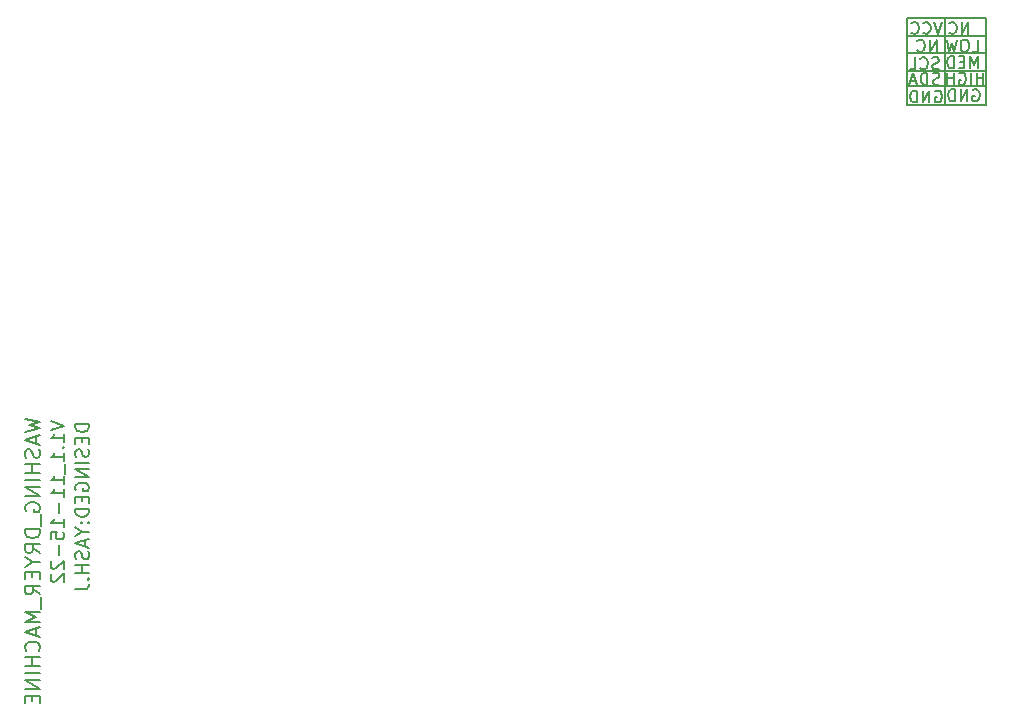
<source format=gbr>
%TF.GenerationSoftware,KiCad,Pcbnew,(6.0.8)*%
%TF.CreationDate,2022-11-15T21:12:59+04:00*%
%TF.ProjectId,Dryer2,44727965-7232-42e6-9b69-6361645f7063,rev?*%
%TF.SameCoordinates,Original*%
%TF.FileFunction,Legend,Bot*%
%TF.FilePolarity,Positive*%
%FSLAX46Y46*%
G04 Gerber Fmt 4.6, Leading zero omitted, Abs format (unit mm)*
G04 Created by KiCad (PCBNEW (6.0.8)) date 2022-11-15 21:12:59*
%MOMM*%
%LPD*%
G01*
G04 APERTURE LIST*
%ADD10C,0.150000*%
G04 APERTURE END LIST*
D10*
X183417071Y-102505928D02*
X182274071Y-102505928D01*
X182274071Y-102778071D01*
X182328500Y-102941357D01*
X182437357Y-103050214D01*
X182546214Y-103104642D01*
X182763928Y-103159071D01*
X182927214Y-103159071D01*
X183144928Y-103104642D01*
X183253785Y-103050214D01*
X183362642Y-102941357D01*
X183417071Y-102778071D01*
X183417071Y-102505928D01*
X182818357Y-103648928D02*
X182818357Y-104029928D01*
X183417071Y-104193214D02*
X183417071Y-103648928D01*
X182274071Y-103648928D01*
X182274071Y-104193214D01*
X183362642Y-104628642D02*
X183417071Y-104791928D01*
X183417071Y-105064071D01*
X183362642Y-105172928D01*
X183308214Y-105227357D01*
X183199357Y-105281785D01*
X183090500Y-105281785D01*
X182981642Y-105227357D01*
X182927214Y-105172928D01*
X182872785Y-105064071D01*
X182818357Y-104846357D01*
X182763928Y-104737500D01*
X182709500Y-104683071D01*
X182600642Y-104628642D01*
X182491785Y-104628642D01*
X182382928Y-104683071D01*
X182328500Y-104737500D01*
X182274071Y-104846357D01*
X182274071Y-105118500D01*
X182328500Y-105281785D01*
X183417071Y-105771642D02*
X182274071Y-105771642D01*
X183417071Y-106315928D02*
X182274071Y-106315928D01*
X183417071Y-106969071D01*
X182274071Y-106969071D01*
X182328500Y-108112071D02*
X182274071Y-108003214D01*
X182274071Y-107839928D01*
X182328500Y-107676642D01*
X182437357Y-107567785D01*
X182546214Y-107513357D01*
X182763928Y-107458928D01*
X182927214Y-107458928D01*
X183144928Y-107513357D01*
X183253785Y-107567785D01*
X183362642Y-107676642D01*
X183417071Y-107839928D01*
X183417071Y-107948785D01*
X183362642Y-108112071D01*
X183308214Y-108166500D01*
X182927214Y-108166500D01*
X182927214Y-107948785D01*
X182818357Y-108656357D02*
X182818357Y-109037357D01*
X183417071Y-109200642D02*
X183417071Y-108656357D01*
X182274071Y-108656357D01*
X182274071Y-109200642D01*
X183417071Y-109690500D02*
X182274071Y-109690500D01*
X182274071Y-109962642D01*
X182328500Y-110125928D01*
X182437357Y-110234785D01*
X182546214Y-110289214D01*
X182763928Y-110343642D01*
X182927214Y-110343642D01*
X183144928Y-110289214D01*
X183253785Y-110234785D01*
X183362642Y-110125928D01*
X183417071Y-109962642D01*
X183417071Y-109690500D01*
X183308214Y-110833500D02*
X183362642Y-110887928D01*
X183417071Y-110833500D01*
X183362642Y-110779071D01*
X183308214Y-110833500D01*
X183417071Y-110833500D01*
X182709500Y-110833500D02*
X182763928Y-110887928D01*
X182818357Y-110833500D01*
X182763928Y-110779071D01*
X182709500Y-110833500D01*
X182818357Y-110833500D01*
X182872785Y-111595500D02*
X183417071Y-111595500D01*
X182274071Y-111214500D02*
X182872785Y-111595500D01*
X182274071Y-111976500D01*
X183090500Y-112303071D02*
X183090500Y-112847357D01*
X183417071Y-112194214D02*
X182274071Y-112575214D01*
X183417071Y-112956214D01*
X183362642Y-113282785D02*
X183417071Y-113446071D01*
X183417071Y-113718214D01*
X183362642Y-113827071D01*
X183308214Y-113881500D01*
X183199357Y-113935928D01*
X183090500Y-113935928D01*
X182981642Y-113881500D01*
X182927214Y-113827071D01*
X182872785Y-113718214D01*
X182818357Y-113500500D01*
X182763928Y-113391642D01*
X182709500Y-113337214D01*
X182600642Y-113282785D01*
X182491785Y-113282785D01*
X182382928Y-113337214D01*
X182328500Y-113391642D01*
X182274071Y-113500500D01*
X182274071Y-113772642D01*
X182328500Y-113935928D01*
X183417071Y-114425785D02*
X182274071Y-114425785D01*
X182818357Y-114425785D02*
X182818357Y-115078928D01*
X183417071Y-115078928D02*
X182274071Y-115078928D01*
X183308214Y-115623214D02*
X183362642Y-115677642D01*
X183417071Y-115623214D01*
X183362642Y-115568785D01*
X183308214Y-115623214D01*
X183417071Y-115623214D01*
X182274071Y-116494071D02*
X183090500Y-116494071D01*
X183253785Y-116439642D01*
X183362642Y-116330785D01*
X183417071Y-116167500D01*
X183417071Y-116058642D01*
X180174071Y-102242000D02*
X181317071Y-102623000D01*
X180174071Y-103004000D01*
X181317071Y-103983714D02*
X181317071Y-103330571D01*
X181317071Y-103657142D02*
X180174071Y-103657142D01*
X180337357Y-103548285D01*
X180446214Y-103439428D01*
X180500642Y-103330571D01*
X181208214Y-104473571D02*
X181262642Y-104528000D01*
X181317071Y-104473571D01*
X181262642Y-104419142D01*
X181208214Y-104473571D01*
X181317071Y-104473571D01*
X181317071Y-105616571D02*
X181317071Y-104963428D01*
X181317071Y-105290000D02*
X180174071Y-105290000D01*
X180337357Y-105181142D01*
X180446214Y-105072285D01*
X180500642Y-104963428D01*
X181425928Y-105834285D02*
X181425928Y-106705142D01*
X181317071Y-107576000D02*
X181317071Y-106922857D01*
X181317071Y-107249428D02*
X180174071Y-107249428D01*
X180337357Y-107140571D01*
X180446214Y-107031714D01*
X180500642Y-106922857D01*
X181317071Y-108664571D02*
X181317071Y-108011428D01*
X181317071Y-108338000D02*
X180174071Y-108338000D01*
X180337357Y-108229142D01*
X180446214Y-108120285D01*
X180500642Y-108011428D01*
X180881642Y-109154428D02*
X180881642Y-110025285D01*
X181317071Y-111168285D02*
X181317071Y-110515142D01*
X181317071Y-110841714D02*
X180174071Y-110841714D01*
X180337357Y-110732857D01*
X180446214Y-110624000D01*
X180500642Y-110515142D01*
X180174071Y-112202428D02*
X180174071Y-111658142D01*
X180718357Y-111603714D01*
X180663928Y-111658142D01*
X180609500Y-111767000D01*
X180609500Y-112039142D01*
X180663928Y-112148000D01*
X180718357Y-112202428D01*
X180827214Y-112256857D01*
X181099357Y-112256857D01*
X181208214Y-112202428D01*
X181262642Y-112148000D01*
X181317071Y-112039142D01*
X181317071Y-111767000D01*
X181262642Y-111658142D01*
X181208214Y-111603714D01*
X180881642Y-112746714D02*
X180881642Y-113617571D01*
X180282928Y-114107428D02*
X180228500Y-114161857D01*
X180174071Y-114270714D01*
X180174071Y-114542857D01*
X180228500Y-114651714D01*
X180282928Y-114706142D01*
X180391785Y-114760571D01*
X180500642Y-114760571D01*
X180663928Y-114706142D01*
X181317071Y-114053000D01*
X181317071Y-114760571D01*
X180282928Y-115196000D02*
X180228500Y-115250428D01*
X180174071Y-115359285D01*
X180174071Y-115631428D01*
X180228500Y-115740285D01*
X180282928Y-115794714D01*
X180391785Y-115849142D01*
X180500642Y-115849142D01*
X180663928Y-115794714D01*
X181317071Y-115141571D01*
X181317071Y-115849142D01*
X178004523Y-102035000D02*
X179274523Y-102337380D01*
X178367380Y-102579285D01*
X179274523Y-102821190D01*
X178004523Y-103123571D01*
X178911666Y-103546904D02*
X178911666Y-104151666D01*
X179274523Y-103425952D02*
X178004523Y-103849285D01*
X179274523Y-104272619D01*
X179214047Y-104635476D02*
X179274523Y-104816904D01*
X179274523Y-105119285D01*
X179214047Y-105240238D01*
X179153571Y-105300714D01*
X179032619Y-105361190D01*
X178911666Y-105361190D01*
X178790714Y-105300714D01*
X178730238Y-105240238D01*
X178669761Y-105119285D01*
X178609285Y-104877380D01*
X178548809Y-104756428D01*
X178488333Y-104695952D01*
X178367380Y-104635476D01*
X178246428Y-104635476D01*
X178125476Y-104695952D01*
X178065000Y-104756428D01*
X178004523Y-104877380D01*
X178004523Y-105179761D01*
X178065000Y-105361190D01*
X179274523Y-105905476D02*
X178004523Y-105905476D01*
X178609285Y-105905476D02*
X178609285Y-106631190D01*
X179274523Y-106631190D02*
X178004523Y-106631190D01*
X179274523Y-107235952D02*
X178004523Y-107235952D01*
X179274523Y-107840714D02*
X178004523Y-107840714D01*
X179274523Y-108566428D01*
X178004523Y-108566428D01*
X178065000Y-109836428D02*
X178004523Y-109715476D01*
X178004523Y-109534047D01*
X178065000Y-109352619D01*
X178185952Y-109231666D01*
X178306904Y-109171190D01*
X178548809Y-109110714D01*
X178730238Y-109110714D01*
X178972142Y-109171190D01*
X179093095Y-109231666D01*
X179214047Y-109352619D01*
X179274523Y-109534047D01*
X179274523Y-109655000D01*
X179214047Y-109836428D01*
X179153571Y-109896904D01*
X178730238Y-109896904D01*
X178730238Y-109655000D01*
X179395476Y-110138809D02*
X179395476Y-111106428D01*
X179274523Y-111408809D02*
X178004523Y-111408809D01*
X178004523Y-111711190D01*
X178065000Y-111892619D01*
X178185952Y-112013571D01*
X178306904Y-112074047D01*
X178548809Y-112134523D01*
X178730238Y-112134523D01*
X178972142Y-112074047D01*
X179093095Y-112013571D01*
X179214047Y-111892619D01*
X179274523Y-111711190D01*
X179274523Y-111408809D01*
X179274523Y-113404523D02*
X178669761Y-112981190D01*
X179274523Y-112678809D02*
X178004523Y-112678809D01*
X178004523Y-113162619D01*
X178065000Y-113283571D01*
X178125476Y-113344047D01*
X178246428Y-113404523D01*
X178427857Y-113404523D01*
X178548809Y-113344047D01*
X178609285Y-113283571D01*
X178669761Y-113162619D01*
X178669761Y-112678809D01*
X178669761Y-114190714D02*
X179274523Y-114190714D01*
X178004523Y-113767380D02*
X178669761Y-114190714D01*
X178004523Y-114614047D01*
X178609285Y-115037380D02*
X178609285Y-115460714D01*
X179274523Y-115642142D02*
X179274523Y-115037380D01*
X178004523Y-115037380D01*
X178004523Y-115642142D01*
X179274523Y-116912142D02*
X178669761Y-116488809D01*
X179274523Y-116186428D02*
X178004523Y-116186428D01*
X178004523Y-116670238D01*
X178065000Y-116791190D01*
X178125476Y-116851666D01*
X178246428Y-116912142D01*
X178427857Y-116912142D01*
X178548809Y-116851666D01*
X178609285Y-116791190D01*
X178669761Y-116670238D01*
X178669761Y-116186428D01*
X179395476Y-117154047D02*
X179395476Y-118121666D01*
X179274523Y-118424047D02*
X178004523Y-118424047D01*
X178911666Y-118847380D01*
X178004523Y-119270714D01*
X179274523Y-119270714D01*
X178911666Y-119815000D02*
X178911666Y-120419761D01*
X179274523Y-119694047D02*
X178004523Y-120117380D01*
X179274523Y-120540714D01*
X179153571Y-121689761D02*
X179214047Y-121629285D01*
X179274523Y-121447857D01*
X179274523Y-121326904D01*
X179214047Y-121145476D01*
X179093095Y-121024523D01*
X178972142Y-120964047D01*
X178730238Y-120903571D01*
X178548809Y-120903571D01*
X178306904Y-120964047D01*
X178185952Y-121024523D01*
X178065000Y-121145476D01*
X178004523Y-121326904D01*
X178004523Y-121447857D01*
X178065000Y-121629285D01*
X178125476Y-121689761D01*
X179274523Y-122234047D02*
X178004523Y-122234047D01*
X178609285Y-122234047D02*
X178609285Y-122959761D01*
X179274523Y-122959761D02*
X178004523Y-122959761D01*
X179274523Y-123564523D02*
X178004523Y-123564523D01*
X179274523Y-124169285D02*
X178004523Y-124169285D01*
X179274523Y-124895000D01*
X178004523Y-124895000D01*
X178609285Y-125499761D02*
X178609285Y-125923095D01*
X179274523Y-126104523D02*
X179274523Y-125499761D01*
X178004523Y-125499761D01*
X178004523Y-126104523D01*
X257885714Y-69452380D02*
X257885714Y-68452380D01*
X257314285Y-69452380D01*
X257314285Y-68452380D01*
X256266666Y-69357142D02*
X256314285Y-69404761D01*
X256457142Y-69452380D01*
X256552380Y-69452380D01*
X256695238Y-69404761D01*
X256790476Y-69309523D01*
X256838095Y-69214285D01*
X256885714Y-69023809D01*
X256885714Y-68880952D01*
X256838095Y-68690476D01*
X256790476Y-68595238D01*
X256695238Y-68500000D01*
X256552380Y-68452380D01*
X256457142Y-68452380D01*
X256314285Y-68500000D01*
X256266666Y-68547619D01*
X255061904Y-74300000D02*
X255157142Y-74252380D01*
X255300000Y-74252380D01*
X255442857Y-74300000D01*
X255538095Y-74395238D01*
X255585714Y-74490476D01*
X255633333Y-74680952D01*
X255633333Y-74823809D01*
X255585714Y-75014285D01*
X255538095Y-75109523D01*
X255442857Y-75204761D01*
X255300000Y-75252380D01*
X255204761Y-75252380D01*
X255061904Y-75204761D01*
X255014285Y-75157142D01*
X255014285Y-74823809D01*
X255204761Y-74823809D01*
X254585714Y-75252380D02*
X254585714Y-74252380D01*
X254014285Y-75252380D01*
X254014285Y-74252380D01*
X253538095Y-75252380D02*
X253538095Y-74252380D01*
X253300000Y-74252380D01*
X253157142Y-74300000D01*
X253061904Y-74395238D01*
X253014285Y-74490476D01*
X252966666Y-74680952D01*
X252966666Y-74823809D01*
X253014285Y-75014285D01*
X253061904Y-75109523D01*
X253157142Y-75204761D01*
X253300000Y-75252380D01*
X253538095Y-75252380D01*
X258261904Y-74200000D02*
X258357142Y-74152380D01*
X258500000Y-74152380D01*
X258642857Y-74200000D01*
X258738095Y-74295238D01*
X258785714Y-74390476D01*
X258833333Y-74580952D01*
X258833333Y-74723809D01*
X258785714Y-74914285D01*
X258738095Y-75009523D01*
X258642857Y-75104761D01*
X258500000Y-75152380D01*
X258404761Y-75152380D01*
X258261904Y-75104761D01*
X258214285Y-75057142D01*
X258214285Y-74723809D01*
X258404761Y-74723809D01*
X257785714Y-75152380D02*
X257785714Y-74152380D01*
X257214285Y-75152380D01*
X257214285Y-74152380D01*
X256738095Y-75152380D02*
X256738095Y-74152380D01*
X256500000Y-74152380D01*
X256357142Y-74200000D01*
X256261904Y-74295238D01*
X256214285Y-74390476D01*
X256166666Y-74580952D01*
X256166666Y-74723809D01*
X256214285Y-74914285D01*
X256261904Y-75009523D01*
X256357142Y-75104761D01*
X256500000Y-75152380D01*
X256738095Y-75152380D01*
X259147619Y-73752380D02*
X259147619Y-72752380D01*
X259147619Y-73228571D02*
X258576190Y-73228571D01*
X258576190Y-73752380D02*
X258576190Y-72752380D01*
X258100000Y-73752380D02*
X258100000Y-72752380D01*
X257100000Y-72800000D02*
X257195238Y-72752380D01*
X257338095Y-72752380D01*
X257480952Y-72800000D01*
X257576190Y-72895238D01*
X257623809Y-72990476D01*
X257671428Y-73180952D01*
X257671428Y-73323809D01*
X257623809Y-73514285D01*
X257576190Y-73609523D01*
X257480952Y-73704761D01*
X257338095Y-73752380D01*
X257242857Y-73752380D01*
X257100000Y-73704761D01*
X257052380Y-73657142D01*
X257052380Y-73323809D01*
X257242857Y-73323809D01*
X256623809Y-73752380D02*
X256623809Y-72752380D01*
X256623809Y-73228571D02*
X256052380Y-73228571D01*
X256052380Y-73752380D02*
X256052380Y-72752380D01*
X258685714Y-72352380D02*
X258685714Y-71352380D01*
X258352380Y-72066666D01*
X258019047Y-71352380D01*
X258019047Y-72352380D01*
X257542857Y-71828571D02*
X257209523Y-71828571D01*
X257066666Y-72352380D02*
X257542857Y-72352380D01*
X257542857Y-71352380D01*
X257066666Y-71352380D01*
X256638095Y-72352380D02*
X256638095Y-71352380D01*
X256400000Y-71352380D01*
X256257142Y-71400000D01*
X256161904Y-71495238D01*
X256114285Y-71590476D01*
X256066666Y-71780952D01*
X256066666Y-71923809D01*
X256114285Y-72114285D01*
X256161904Y-72209523D01*
X256257142Y-72304761D01*
X256400000Y-72352380D01*
X256638095Y-72352380D01*
X258185714Y-70952380D02*
X258661904Y-70952380D01*
X258661904Y-69952380D01*
X257661904Y-69952380D02*
X257471428Y-69952380D01*
X257376190Y-70000000D01*
X257280952Y-70095238D01*
X257233333Y-70285714D01*
X257233333Y-70619047D01*
X257280952Y-70809523D01*
X257376190Y-70904761D01*
X257471428Y-70952380D01*
X257661904Y-70952380D01*
X257757142Y-70904761D01*
X257852380Y-70809523D01*
X257900000Y-70619047D01*
X257900000Y-70285714D01*
X257852380Y-70095238D01*
X257757142Y-70000000D01*
X257661904Y-69952380D01*
X256900000Y-69952380D02*
X256661904Y-70952380D01*
X256471428Y-70238095D01*
X256280952Y-70952380D01*
X256042857Y-69952380D01*
X255185714Y-70952380D02*
X255185714Y-69952380D01*
X254614285Y-70952380D01*
X254614285Y-69952380D01*
X253566666Y-70857142D02*
X253614285Y-70904761D01*
X253757142Y-70952380D01*
X253852380Y-70952380D01*
X253995238Y-70904761D01*
X254090476Y-70809523D01*
X254138095Y-70714285D01*
X254185714Y-70523809D01*
X254185714Y-70380952D01*
X254138095Y-70190476D01*
X254090476Y-70095238D01*
X253995238Y-70000000D01*
X253852380Y-69952380D01*
X253757142Y-69952380D01*
X253614285Y-70000000D01*
X253566666Y-70047619D01*
X255633333Y-68452380D02*
X255300000Y-69452380D01*
X254966666Y-68452380D01*
X254061904Y-69357142D02*
X254109523Y-69404761D01*
X254252380Y-69452380D01*
X254347619Y-69452380D01*
X254490476Y-69404761D01*
X254585714Y-69309523D01*
X254633333Y-69214285D01*
X254680952Y-69023809D01*
X254680952Y-68880952D01*
X254633333Y-68690476D01*
X254585714Y-68595238D01*
X254490476Y-68500000D01*
X254347619Y-68452380D01*
X254252380Y-68452380D01*
X254109523Y-68500000D01*
X254061904Y-68547619D01*
X253061904Y-69357142D02*
X253109523Y-69404761D01*
X253252380Y-69452380D01*
X253347619Y-69452380D01*
X253490476Y-69404761D01*
X253585714Y-69309523D01*
X253633333Y-69214285D01*
X253680952Y-69023809D01*
X253680952Y-68880952D01*
X253633333Y-68690476D01*
X253585714Y-68595238D01*
X253490476Y-68500000D01*
X253347619Y-68452380D01*
X253252380Y-68452380D01*
X253109523Y-68500000D01*
X253061904Y-68547619D01*
X255390476Y-72404761D02*
X255247619Y-72452380D01*
X255009523Y-72452380D01*
X254914285Y-72404761D01*
X254866666Y-72357142D01*
X254819047Y-72261904D01*
X254819047Y-72166666D01*
X254866666Y-72071428D01*
X254914285Y-72023809D01*
X255009523Y-71976190D01*
X255200000Y-71928571D01*
X255295238Y-71880952D01*
X255342857Y-71833333D01*
X255390476Y-71738095D01*
X255390476Y-71642857D01*
X255342857Y-71547619D01*
X255295238Y-71500000D01*
X255200000Y-71452380D01*
X254961904Y-71452380D01*
X254819047Y-71500000D01*
X253819047Y-72357142D02*
X253866666Y-72404761D01*
X254009523Y-72452380D01*
X254104761Y-72452380D01*
X254247619Y-72404761D01*
X254342857Y-72309523D01*
X254390476Y-72214285D01*
X254438095Y-72023809D01*
X254438095Y-71880952D01*
X254390476Y-71690476D01*
X254342857Y-71595238D01*
X254247619Y-71500000D01*
X254104761Y-71452380D01*
X254009523Y-71452380D01*
X253866666Y-71500000D01*
X253819047Y-71547619D01*
X252914285Y-72452380D02*
X253390476Y-72452380D01*
X253390476Y-71452380D01*
X255414285Y-73704761D02*
X255271428Y-73752380D01*
X255033333Y-73752380D01*
X254938095Y-73704761D01*
X254890476Y-73657142D01*
X254842857Y-73561904D01*
X254842857Y-73466666D01*
X254890476Y-73371428D01*
X254938095Y-73323809D01*
X255033333Y-73276190D01*
X255223809Y-73228571D01*
X255319047Y-73180952D01*
X255366666Y-73133333D01*
X255414285Y-73038095D01*
X255414285Y-72942857D01*
X255366666Y-72847619D01*
X255319047Y-72800000D01*
X255223809Y-72752380D01*
X254985714Y-72752380D01*
X254842857Y-72800000D01*
X254414285Y-73752380D02*
X254414285Y-72752380D01*
X254176190Y-72752380D01*
X254033333Y-72800000D01*
X253938095Y-72895238D01*
X253890476Y-72990476D01*
X253842857Y-73180952D01*
X253842857Y-73323809D01*
X253890476Y-73514285D01*
X253938095Y-73609523D01*
X254033333Y-73704761D01*
X254176190Y-73752380D01*
X254414285Y-73752380D01*
X253461904Y-73466666D02*
X252985714Y-73466666D01*
X253557142Y-73752380D02*
X253223809Y-72752380D01*
X252890476Y-73752380D01*
X255900000Y-68100000D02*
X255900000Y-75500000D01*
X252700000Y-68100000D02*
X259400000Y-68100000D01*
X259400000Y-68100000D02*
X259400000Y-75500000D01*
X259400000Y-75500000D02*
X252700000Y-75500000D01*
X252700000Y-75500000D02*
X252700000Y-68100000D01*
X252700000Y-73900000D02*
X259400000Y-73900000D01*
X252700000Y-72600000D02*
X259400000Y-72600000D01*
X252700000Y-69600000D02*
X259400000Y-69600000D01*
X252700000Y-71100000D02*
X259400000Y-71100000D01*
M02*

</source>
